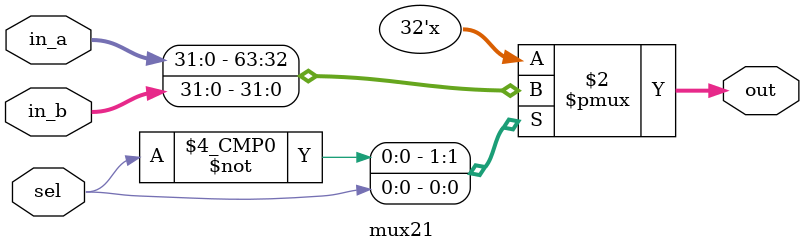
<source format=v>
`timescale 1ns / 1ps

module mux21 #(parameter D_WIDTH = 32)
              (input[D_WIDTH-1:0] in_a,
               input[D_WIDTH-1:0] in_b,
               input sel,
               output reg[D_WIDTH-1:0] out);
               
parameter SEL_A = 0;
parameter SEL_B = 1;

always@(*) begin
    case (sel)
        SEL_A: out <= in_a;
        SEL_B: out <= in_b;
    endcase
end


endmodule

</source>
